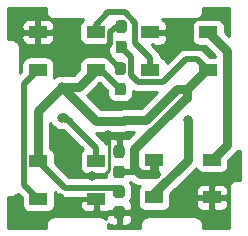
<source format=gbr>
%TF.GenerationSoftware,KiCad,Pcbnew,(5.1.10)-1*%
%TF.CreationDate,2021-06-06T01:41:03+08:00*%
%TF.ProjectId,WS2812B1,57533238-3132-4423-912e-6b696361645f,rev?*%
%TF.SameCoordinates,Original*%
%TF.FileFunction,Copper,L1,Top*%
%TF.FilePolarity,Positive*%
%FSLAX46Y46*%
G04 Gerber Fmt 4.6, Leading zero omitted, Abs format (unit mm)*
G04 Created by KiCad (PCBNEW (5.1.10)-1) date 2021-06-06 01:41:03*
%MOMM*%
%LPD*%
G01*
G04 APERTURE LIST*
%TA.AperFunction,SMDPad,CuDef*%
%ADD10R,1.500000X1.000000*%
%TD*%
%TA.AperFunction,ViaPad*%
%ADD11C,0.800000*%
%TD*%
%TA.AperFunction,Conductor*%
%ADD12C,0.762000*%
%TD*%
%TA.AperFunction,Conductor*%
%ADD13C,0.254000*%
%TD*%
%TA.AperFunction,Conductor*%
%ADD14C,0.508000*%
%TD*%
%TA.AperFunction,Conductor*%
%ADD15C,0.350000*%
%TD*%
%TA.AperFunction,Conductor*%
%ADD16C,0.025400*%
%TD*%
%ADD17C,0.350000*%
G04 APERTURE END LIST*
D10*
%TO.P,D4,1*%
%TO.N,+5V*%
X68930000Y-89020000D03*
%TO.P,D4,2*%
%TO.N,/out-rgb*%
X68930000Y-92220000D03*
%TO.P,D4,4*%
%TO.N,Net-(D3-Pad2)*%
X73830000Y-89020000D03*
%TO.P,D4,3*%
%TO.N,GND*%
X73830000Y-92220000D03*
%TD*%
%TO.P,D3,1*%
%TO.N,+5V*%
X73520000Y-81450000D03*
%TO.P,D3,2*%
%TO.N,Net-(D3-Pad2)*%
X73520000Y-78250000D03*
%TO.P,D3,4*%
%TO.N,Net-(D2-Pad2)*%
X68620000Y-81450000D03*
%TO.P,D3,3*%
%TO.N,GND*%
X68620000Y-78250000D03*
%TD*%
%TO.P,D2,1*%
%TO.N,+5V*%
X63990000Y-81420000D03*
%TO.P,D2,2*%
%TO.N,Net-(D2-Pad2)*%
X63990000Y-78220000D03*
%TO.P,D2,4*%
%TO.N,Net-(D1-Pad2)*%
X59090000Y-81420000D03*
%TO.P,D2,3*%
%TO.N,GND*%
X59090000Y-78220000D03*
%TD*%
%TO.P,D1,1*%
%TO.N,+5V*%
X59130000Y-89140000D03*
%TO.P,D1,2*%
%TO.N,Net-(D1-Pad2)*%
X59130000Y-92340000D03*
%TO.P,D1,4*%
%TO.N,/in-rgb*%
X64030000Y-89140000D03*
%TO.P,D1,3*%
%TO.N,GND*%
X64030000Y-92340000D03*
%TD*%
%TO.P,C4,2*%
%TO.N,GND*%
%TA.AperFunction,SMDPad,CuDef*%
G36*
G01*
X65722500Y-92935000D02*
X66197500Y-92935000D01*
G75*
G02*
X66435000Y-93172500I0J-237500D01*
G01*
X66435000Y-93772500D01*
G75*
G02*
X66197500Y-94010000I-237500J0D01*
G01*
X65722500Y-94010000D01*
G75*
G02*
X65485000Y-93772500I0J237500D01*
G01*
X65485000Y-93172500D01*
G75*
G02*
X65722500Y-92935000I237500J0D01*
G01*
G37*
%TD.AperFunction*%
%TO.P,C4,1*%
%TO.N,+5V*%
%TA.AperFunction,SMDPad,CuDef*%
G36*
G01*
X65722500Y-91210000D02*
X66197500Y-91210000D01*
G75*
G02*
X66435000Y-91447500I0J-237500D01*
G01*
X66435000Y-92047500D01*
G75*
G02*
X66197500Y-92285000I-237500J0D01*
G01*
X65722500Y-92285000D01*
G75*
G02*
X65485000Y-92047500I0J237500D01*
G01*
X65485000Y-91447500D01*
G75*
G02*
X65722500Y-91210000I237500J0D01*
G01*
G37*
%TD.AperFunction*%
%TD*%
%TO.P,C3,2*%
%TO.N,GND*%
%TA.AperFunction,SMDPad,CuDef*%
G36*
G01*
X66197500Y-88875000D02*
X65722500Y-88875000D01*
G75*
G02*
X65485000Y-88637500I0J237500D01*
G01*
X65485000Y-88037500D01*
G75*
G02*
X65722500Y-87800000I237500J0D01*
G01*
X66197500Y-87800000D01*
G75*
G02*
X66435000Y-88037500I0J-237500D01*
G01*
X66435000Y-88637500D01*
G75*
G02*
X66197500Y-88875000I-237500J0D01*
G01*
G37*
%TD.AperFunction*%
%TO.P,C3,1*%
%TO.N,+5V*%
%TA.AperFunction,SMDPad,CuDef*%
G36*
G01*
X66197500Y-90600000D02*
X65722500Y-90600000D01*
G75*
G02*
X65485000Y-90362500I0J237500D01*
G01*
X65485000Y-89762500D01*
G75*
G02*
X65722500Y-89525000I237500J0D01*
G01*
X66197500Y-89525000D01*
G75*
G02*
X66435000Y-89762500I0J-237500D01*
G01*
X66435000Y-90362500D01*
G75*
G02*
X66197500Y-90600000I-237500J0D01*
G01*
G37*
%TD.AperFunction*%
%TD*%
%TO.P,C2,2*%
%TO.N,GND*%
%TA.AperFunction,SMDPad,CuDef*%
G36*
G01*
X66307500Y-81865000D02*
X65832500Y-81865000D01*
G75*
G02*
X65595000Y-81627500I0J237500D01*
G01*
X65595000Y-81027500D01*
G75*
G02*
X65832500Y-80790000I237500J0D01*
G01*
X66307500Y-80790000D01*
G75*
G02*
X66545000Y-81027500I0J-237500D01*
G01*
X66545000Y-81627500D01*
G75*
G02*
X66307500Y-81865000I-237500J0D01*
G01*
G37*
%TD.AperFunction*%
%TO.P,C2,1*%
%TO.N,+5V*%
%TA.AperFunction,SMDPad,CuDef*%
G36*
G01*
X66307500Y-83590000D02*
X65832500Y-83590000D01*
G75*
G02*
X65595000Y-83352500I0J237500D01*
G01*
X65595000Y-82752500D01*
G75*
G02*
X65832500Y-82515000I237500J0D01*
G01*
X66307500Y-82515000D01*
G75*
G02*
X66545000Y-82752500I0J-237500D01*
G01*
X66545000Y-83352500D01*
G75*
G02*
X66307500Y-83590000I-237500J0D01*
G01*
G37*
%TD.AperFunction*%
%TD*%
%TO.P,C1,2*%
%TO.N,GND*%
%TA.AperFunction,SMDPad,CuDef*%
G36*
G01*
X66377500Y-78295000D02*
X65902500Y-78295000D01*
G75*
G02*
X65665000Y-78057500I0J237500D01*
G01*
X65665000Y-77457500D01*
G75*
G02*
X65902500Y-77220000I237500J0D01*
G01*
X66377500Y-77220000D01*
G75*
G02*
X66615000Y-77457500I0J-237500D01*
G01*
X66615000Y-78057500D01*
G75*
G02*
X66377500Y-78295000I-237500J0D01*
G01*
G37*
%TD.AperFunction*%
%TO.P,C1,1*%
%TO.N,+5V*%
%TA.AperFunction,SMDPad,CuDef*%
G36*
G01*
X66377500Y-80020000D02*
X65902500Y-80020000D01*
G75*
G02*
X65665000Y-79782500I0J237500D01*
G01*
X65665000Y-79182500D01*
G75*
G02*
X65902500Y-78945000I237500J0D01*
G01*
X66377500Y-78945000D01*
G75*
G02*
X66615000Y-79182500I0J-237500D01*
G01*
X66615000Y-79782500D01*
G75*
G02*
X66377500Y-80020000I-237500J0D01*
G01*
G37*
%TD.AperFunction*%
%TD*%
D11*
%TO.N,GND*%
X63660000Y-90440000D03*
X65050000Y-86940000D03*
X60980000Y-92270000D03*
X71520000Y-78820000D03*
X64600000Y-84360000D03*
X68110000Y-83650000D03*
X61910000Y-79410000D03*
%TO.N,+5V*%
X71740000Y-83030000D03*
X61150000Y-82870000D03*
X69130000Y-90240000D03*
%TO.N,/in-rgb*%
X61100000Y-85490000D03*
%TO.N,/out-rgb*%
X71770000Y-85680000D03*
%TD*%
D12*
%TO.N,GND*%
X68620000Y-78250000D02*
X68536200Y-78250000D01*
D13*
X64568602Y-90440000D02*
X63660000Y-90440000D01*
X65107001Y-89901601D02*
X64568602Y-90440000D01*
X65107001Y-86997001D02*
X65107001Y-89901601D01*
X65050000Y-86940000D02*
X65107001Y-86997001D01*
D14*
X66070000Y-81327500D02*
X66070000Y-81320000D01*
X66070000Y-81320000D02*
X64820000Y-80070000D01*
X65194001Y-78228499D02*
X65194001Y-79205999D01*
X65665000Y-77757500D02*
X65194001Y-78228499D01*
X66140000Y-77757500D02*
X65665000Y-77757500D01*
X65194001Y-79205999D02*
X64620000Y-79780000D01*
D12*
X67400000Y-84360000D02*
X64600000Y-84360000D01*
X68110000Y-83650000D02*
X67400000Y-84360000D01*
%TO.N,+5V*%
X61150000Y-82880000D02*
X61150000Y-82870000D01*
X61690000Y-83420000D02*
X61150000Y-82880000D01*
X59130000Y-84890000D02*
X61150000Y-82870000D01*
X59130000Y-89140000D02*
X59130000Y-84890000D01*
X62540000Y-82870000D02*
X63990000Y-81420000D01*
X61150000Y-82870000D02*
X62540000Y-82870000D01*
X73320000Y-81450000D02*
X71740000Y-83030000D01*
X73520000Y-81450000D02*
X73320000Y-81450000D01*
X69130000Y-90240000D02*
X67730000Y-90240000D01*
X67730000Y-90240000D02*
X67250000Y-89760000D01*
X68930000Y-90040000D02*
X69130000Y-90240000D01*
X68930000Y-89020000D02*
X68930000Y-90040000D01*
D14*
X61375999Y-91385999D02*
X59130000Y-89140000D01*
X65598499Y-91385999D02*
X61375999Y-91385999D01*
X65960000Y-91747500D02*
X65598499Y-91385999D01*
X67552500Y-90062500D02*
X67730000Y-90240000D01*
X65960000Y-90062500D02*
X67552500Y-90062500D01*
X64437500Y-81420000D02*
X66070000Y-83052500D01*
X63990000Y-81420000D02*
X64437500Y-81420000D01*
D12*
X63695000Y-85415000D02*
X61150000Y-82870000D01*
X64000000Y-85720000D02*
X63695000Y-85415000D01*
X71740000Y-83030000D02*
X71740000Y-83770000D01*
X67250000Y-89760000D02*
X67250000Y-88150000D01*
X71630000Y-83770000D02*
X67250000Y-88150000D01*
X71740000Y-83770000D02*
X71630000Y-83770000D01*
X71740000Y-83030000D02*
X70870000Y-83030000D01*
X70870000Y-83030000D02*
X68210000Y-85690000D01*
X66370000Y-85690000D02*
X66340000Y-85720000D01*
X68210000Y-85690000D02*
X66370000Y-85690000D01*
X66340000Y-85720000D02*
X64000000Y-85720000D01*
D14*
X66140000Y-79482500D02*
X66999010Y-80341510D01*
X69707202Y-82430000D02*
X71627202Y-80510000D01*
X67532798Y-82430000D02*
X69707202Y-82430000D01*
X72580000Y-80510000D02*
X73520000Y-81450000D01*
X71627202Y-80510000D02*
X72580000Y-80510000D01*
X67532798Y-82430000D02*
X67380000Y-82277202D01*
X66999010Y-80341510D02*
X66999010Y-81896212D01*
X66999010Y-81896212D02*
X67532798Y-82430000D01*
%TO.N,Net-(D1-Pad2)*%
X57925999Y-82584001D02*
X59090000Y-81420000D01*
X57925999Y-91135999D02*
X57925999Y-82584001D01*
X59130000Y-92340000D02*
X57925999Y-91135999D01*
%TO.N,/in-rgb*%
X64030000Y-89140000D02*
X64030000Y-88030000D01*
X64030000Y-88030000D02*
X61320000Y-85320000D01*
X61150000Y-85490000D02*
X61100000Y-85490000D01*
X61320000Y-85320000D02*
X61150000Y-85490000D01*
%TO.N,Net-(D2-Pad2)*%
X68620000Y-80442000D02*
X67350000Y-79172000D01*
X68620000Y-81450000D02*
X68620000Y-80442000D01*
X67350000Y-77452056D02*
X66447944Y-76550000D01*
X67350000Y-79172000D02*
X67350000Y-77452056D01*
X63990000Y-77587422D02*
X63990000Y-78220000D01*
X65027422Y-76550000D02*
X63990000Y-77587422D01*
X66447944Y-76550000D02*
X65027422Y-76550000D01*
D12*
%TO.N,Net-(D3-Pad2)*%
X73520000Y-78250000D02*
X75070000Y-79800000D01*
X75070000Y-87780000D02*
X73830000Y-89020000D01*
X75070000Y-79800000D02*
X75070000Y-87780000D01*
%TO.N,/out-rgb*%
X68930000Y-91891882D02*
X71770000Y-89051882D01*
X68930000Y-92220000D02*
X68930000Y-91891882D01*
X71770000Y-89051882D02*
X71770000Y-85680000D01*
%TD*%
D13*
%TO.N,GND*%
X76240000Y-90740000D02*
X75932419Y-90740000D01*
X75900000Y-90736807D01*
X75867581Y-90740000D01*
X75770617Y-90749550D01*
X75646207Y-90787290D01*
X75531550Y-90848575D01*
X75431052Y-90931052D01*
X75348575Y-91031550D01*
X75287290Y-91146207D01*
X75249550Y-91270617D01*
X75236807Y-91400000D01*
X75240001Y-91432429D01*
X75240000Y-94840000D01*
X73060000Y-94840000D01*
X73060000Y-94532419D01*
X73063193Y-94500000D01*
X73050450Y-94370617D01*
X73012710Y-94246207D01*
X72951425Y-94131550D01*
X72868948Y-94031052D01*
X72768450Y-93948575D01*
X72653793Y-93887290D01*
X72529383Y-93849550D01*
X72432419Y-93840000D01*
X72400000Y-93836807D01*
X72367581Y-93840000D01*
X68432419Y-93840000D01*
X68400000Y-93836807D01*
X68367581Y-93840000D01*
X68270617Y-93849550D01*
X68146207Y-93887290D01*
X68031550Y-93948575D01*
X67931052Y-94031052D01*
X67848575Y-94131550D01*
X67787290Y-94246207D01*
X67749550Y-94370617D01*
X67736807Y-94500000D01*
X67740001Y-94532429D01*
X67740001Y-94840000D01*
X65060000Y-94840000D01*
X65060000Y-94532419D01*
X65063193Y-94500000D01*
X65061617Y-94484002D01*
X65130506Y-94540537D01*
X65240820Y-94599502D01*
X65360518Y-94635812D01*
X65485000Y-94648072D01*
X65674250Y-94645000D01*
X65833000Y-94486250D01*
X65833000Y-93599500D01*
X66087000Y-93599500D01*
X66087000Y-94486250D01*
X66245750Y-94645000D01*
X66435000Y-94648072D01*
X66559482Y-94635812D01*
X66679180Y-94599502D01*
X66789494Y-94540537D01*
X66886185Y-94461185D01*
X66965537Y-94364494D01*
X67024502Y-94254180D01*
X67060812Y-94134482D01*
X67073072Y-94010000D01*
X67070000Y-93758250D01*
X66911250Y-93599500D01*
X66087000Y-93599500D01*
X65833000Y-93599500D01*
X65008750Y-93599500D01*
X64850000Y-93758250D01*
X64846928Y-94010000D01*
X64847247Y-94013243D01*
X64768450Y-93948575D01*
X64653793Y-93887290D01*
X64529383Y-93849550D01*
X64432419Y-93840000D01*
X64400000Y-93836807D01*
X64367581Y-93840000D01*
X60432419Y-93840000D01*
X60400000Y-93836807D01*
X60367581Y-93840000D01*
X60270617Y-93849550D01*
X60146207Y-93887290D01*
X60031550Y-93948575D01*
X59931052Y-94031052D01*
X59848575Y-94131550D01*
X59787290Y-94246207D01*
X59749550Y-94370617D01*
X59736807Y-94500000D01*
X59740001Y-94532429D01*
X59740001Y-94840000D01*
X56560000Y-94840000D01*
X56560000Y-92160000D01*
X56867581Y-92160000D01*
X56900000Y-92163193D01*
X56932419Y-92160000D01*
X57029383Y-92150450D01*
X57153793Y-92112710D01*
X57268450Y-92051425D01*
X57368948Y-91968948D01*
X57428793Y-91896028D01*
X57741928Y-92209163D01*
X57741928Y-92840000D01*
X57754188Y-92964482D01*
X57790498Y-93084180D01*
X57849463Y-93194494D01*
X57928815Y-93291185D01*
X58025506Y-93370537D01*
X58135820Y-93429502D01*
X58255518Y-93465812D01*
X58380000Y-93478072D01*
X59880000Y-93478072D01*
X60004482Y-93465812D01*
X60124180Y-93429502D01*
X60234494Y-93370537D01*
X60331185Y-93291185D01*
X60410537Y-93194494D01*
X60469502Y-93084180D01*
X60505812Y-92964482D01*
X60518072Y-92840000D01*
X62641928Y-92840000D01*
X62654188Y-92964482D01*
X62690498Y-93084180D01*
X62749463Y-93194494D01*
X62828815Y-93291185D01*
X62925506Y-93370537D01*
X63035820Y-93429502D01*
X63155518Y-93465812D01*
X63280000Y-93478072D01*
X63744250Y-93475000D01*
X63903000Y-93316250D01*
X63903000Y-92467000D01*
X62803750Y-92467000D01*
X62645000Y-92625750D01*
X62641928Y-92840000D01*
X60518072Y-92840000D01*
X60518072Y-91840000D01*
X60512097Y-91779332D01*
X60716500Y-91983735D01*
X60744340Y-92017658D01*
X60879708Y-92128752D01*
X61034148Y-92211302D01*
X61100057Y-92231295D01*
X61201723Y-92262135D01*
X61234923Y-92265405D01*
X61332332Y-92274999D01*
X61332338Y-92274999D01*
X61375998Y-92279299D01*
X61419658Y-92274999D01*
X64177000Y-92274999D01*
X64177000Y-92467000D01*
X64157000Y-92467000D01*
X64157000Y-93316250D01*
X64315750Y-93475000D01*
X64780000Y-93478072D01*
X64904482Y-93465812D01*
X65024180Y-93429502D01*
X65134494Y-93370537D01*
X65165002Y-93345500D01*
X65833000Y-93345500D01*
X65833000Y-93325500D01*
X66087000Y-93325500D01*
X66087000Y-93345500D01*
X66911250Y-93345500D01*
X67070000Y-93186750D01*
X67073072Y-92935000D01*
X67060812Y-92810518D01*
X67024502Y-92690820D01*
X66965537Y-92580506D01*
X66926226Y-92532606D01*
X67006423Y-92382567D01*
X67056248Y-92218316D01*
X67073072Y-92047500D01*
X67073072Y-91447500D01*
X67056248Y-91276684D01*
X67006423Y-91112433D01*
X66925512Y-90961058D01*
X66917668Y-90951500D01*
X66999572Y-90951500D01*
X67008104Y-90961896D01*
X67162810Y-91088860D01*
X67317276Y-91171423D01*
X67339313Y-91183202D01*
X67530829Y-91241298D01*
X67730000Y-91260915D01*
X67739592Y-91259970D01*
X67728815Y-91268815D01*
X67649463Y-91365506D01*
X67590498Y-91475820D01*
X67554188Y-91595518D01*
X67541928Y-91720000D01*
X67541928Y-92720000D01*
X67554188Y-92844482D01*
X67590498Y-92964180D01*
X67649463Y-93074494D01*
X67728815Y-93171185D01*
X67825506Y-93250537D01*
X67935820Y-93309502D01*
X68055518Y-93345812D01*
X68180000Y-93358072D01*
X69680000Y-93358072D01*
X69804482Y-93345812D01*
X69924180Y-93309502D01*
X70034494Y-93250537D01*
X70131185Y-93171185D01*
X70210537Y-93074494D01*
X70269502Y-92964180D01*
X70305812Y-92844482D01*
X70318072Y-92720000D01*
X72441928Y-92720000D01*
X72454188Y-92844482D01*
X72490498Y-92964180D01*
X72549463Y-93074494D01*
X72628815Y-93171185D01*
X72725506Y-93250537D01*
X72835820Y-93309502D01*
X72955518Y-93345812D01*
X73080000Y-93358072D01*
X73544250Y-93355000D01*
X73703000Y-93196250D01*
X73703000Y-92347000D01*
X73957000Y-92347000D01*
X73957000Y-93196250D01*
X74115750Y-93355000D01*
X74580000Y-93358072D01*
X74704482Y-93345812D01*
X74824180Y-93309502D01*
X74934494Y-93250537D01*
X75031185Y-93171185D01*
X75110537Y-93074494D01*
X75169502Y-92964180D01*
X75205812Y-92844482D01*
X75218072Y-92720000D01*
X75215000Y-92505750D01*
X75056250Y-92347000D01*
X73957000Y-92347000D01*
X73703000Y-92347000D01*
X72603750Y-92347000D01*
X72445000Y-92505750D01*
X72441928Y-92720000D01*
X70318072Y-92720000D01*
X70318072Y-91940650D01*
X70538722Y-91720000D01*
X72441928Y-91720000D01*
X72445000Y-91934250D01*
X72603750Y-92093000D01*
X73703000Y-92093000D01*
X73703000Y-91243750D01*
X73957000Y-91243750D01*
X73957000Y-92093000D01*
X75056250Y-92093000D01*
X75215000Y-91934250D01*
X75218072Y-91720000D01*
X75205812Y-91595518D01*
X75169502Y-91475820D01*
X75110537Y-91365506D01*
X75031185Y-91268815D01*
X74934494Y-91189463D01*
X74824180Y-91130498D01*
X74704482Y-91094188D01*
X74580000Y-91081928D01*
X74115750Y-91085000D01*
X73957000Y-91243750D01*
X73703000Y-91243750D01*
X73544250Y-91085000D01*
X73080000Y-91081928D01*
X72955518Y-91094188D01*
X72835820Y-91130498D01*
X72725506Y-91189463D01*
X72628815Y-91268815D01*
X72549463Y-91365506D01*
X72490498Y-91475820D01*
X72454188Y-91595518D01*
X72441928Y-91720000D01*
X70538722Y-91720000D01*
X72453133Y-89805590D01*
X72491896Y-89773778D01*
X72494156Y-89771024D01*
X72549463Y-89874494D01*
X72628815Y-89971185D01*
X72725506Y-90050537D01*
X72835820Y-90109502D01*
X72955518Y-90145812D01*
X73080000Y-90158072D01*
X74580000Y-90158072D01*
X74704482Y-90145812D01*
X74824180Y-90109502D01*
X74934494Y-90050537D01*
X75031185Y-89971185D01*
X75110537Y-89874494D01*
X75169502Y-89764180D01*
X75205812Y-89644482D01*
X75218072Y-89520000D01*
X75218072Y-89068769D01*
X75753133Y-88533708D01*
X75791896Y-88501896D01*
X75918860Y-88347190D01*
X75965464Y-88260000D01*
X76240001Y-88260000D01*
X76240000Y-90740000D01*
%TA.AperFunction,Conductor*%
D15*
G36*
X76240000Y-90740000D02*
G01*
X75932419Y-90740000D01*
X75900000Y-90736807D01*
X75867581Y-90740000D01*
X75770617Y-90749550D01*
X75646207Y-90787290D01*
X75531550Y-90848575D01*
X75431052Y-90931052D01*
X75348575Y-91031550D01*
X75287290Y-91146207D01*
X75249550Y-91270617D01*
X75236807Y-91400000D01*
X75240001Y-91432429D01*
X75240000Y-94840000D01*
X73060000Y-94840000D01*
X73060000Y-94532419D01*
X73063193Y-94500000D01*
X73050450Y-94370617D01*
X73012710Y-94246207D01*
X72951425Y-94131550D01*
X72868948Y-94031052D01*
X72768450Y-93948575D01*
X72653793Y-93887290D01*
X72529383Y-93849550D01*
X72432419Y-93840000D01*
X72400000Y-93836807D01*
X72367581Y-93840000D01*
X68432419Y-93840000D01*
X68400000Y-93836807D01*
X68367581Y-93840000D01*
X68270617Y-93849550D01*
X68146207Y-93887290D01*
X68031550Y-93948575D01*
X67931052Y-94031052D01*
X67848575Y-94131550D01*
X67787290Y-94246207D01*
X67749550Y-94370617D01*
X67736807Y-94500000D01*
X67740001Y-94532429D01*
X67740001Y-94840000D01*
X65060000Y-94840000D01*
X65060000Y-94532419D01*
X65063193Y-94500000D01*
X65061617Y-94484002D01*
X65130506Y-94540537D01*
X65240820Y-94599502D01*
X65360518Y-94635812D01*
X65485000Y-94648072D01*
X65674250Y-94645000D01*
X65833000Y-94486250D01*
X65833000Y-93599500D01*
X66087000Y-93599500D01*
X66087000Y-94486250D01*
X66245750Y-94645000D01*
X66435000Y-94648072D01*
X66559482Y-94635812D01*
X66679180Y-94599502D01*
X66789494Y-94540537D01*
X66886185Y-94461185D01*
X66965537Y-94364494D01*
X67024502Y-94254180D01*
X67060812Y-94134482D01*
X67073072Y-94010000D01*
X67070000Y-93758250D01*
X66911250Y-93599500D01*
X66087000Y-93599500D01*
X65833000Y-93599500D01*
X65008750Y-93599500D01*
X64850000Y-93758250D01*
X64846928Y-94010000D01*
X64847247Y-94013243D01*
X64768450Y-93948575D01*
X64653793Y-93887290D01*
X64529383Y-93849550D01*
X64432419Y-93840000D01*
X64400000Y-93836807D01*
X64367581Y-93840000D01*
X60432419Y-93840000D01*
X60400000Y-93836807D01*
X60367581Y-93840000D01*
X60270617Y-93849550D01*
X60146207Y-93887290D01*
X60031550Y-93948575D01*
X59931052Y-94031052D01*
X59848575Y-94131550D01*
X59787290Y-94246207D01*
X59749550Y-94370617D01*
X59736807Y-94500000D01*
X59740001Y-94532429D01*
X59740001Y-94840000D01*
X56560000Y-94840000D01*
X56560000Y-92160000D01*
X56867581Y-92160000D01*
X56900000Y-92163193D01*
X56932419Y-92160000D01*
X57029383Y-92150450D01*
X57153793Y-92112710D01*
X57268450Y-92051425D01*
X57368948Y-91968948D01*
X57428793Y-91896028D01*
X57741928Y-92209163D01*
X57741928Y-92840000D01*
X57754188Y-92964482D01*
X57790498Y-93084180D01*
X57849463Y-93194494D01*
X57928815Y-93291185D01*
X58025506Y-93370537D01*
X58135820Y-93429502D01*
X58255518Y-93465812D01*
X58380000Y-93478072D01*
X59880000Y-93478072D01*
X60004482Y-93465812D01*
X60124180Y-93429502D01*
X60234494Y-93370537D01*
X60331185Y-93291185D01*
X60410537Y-93194494D01*
X60469502Y-93084180D01*
X60505812Y-92964482D01*
X60518072Y-92840000D01*
X62641928Y-92840000D01*
X62654188Y-92964482D01*
X62690498Y-93084180D01*
X62749463Y-93194494D01*
X62828815Y-93291185D01*
X62925506Y-93370537D01*
X63035820Y-93429502D01*
X63155518Y-93465812D01*
X63280000Y-93478072D01*
X63744250Y-93475000D01*
X63903000Y-93316250D01*
X63903000Y-92467000D01*
X62803750Y-92467000D01*
X62645000Y-92625750D01*
X62641928Y-92840000D01*
X60518072Y-92840000D01*
X60518072Y-91840000D01*
X60512097Y-91779332D01*
X60716500Y-91983735D01*
X60744340Y-92017658D01*
X60879708Y-92128752D01*
X61034148Y-92211302D01*
X61100057Y-92231295D01*
X61201723Y-92262135D01*
X61234923Y-92265405D01*
X61332332Y-92274999D01*
X61332338Y-92274999D01*
X61375998Y-92279299D01*
X61419658Y-92274999D01*
X64177000Y-92274999D01*
X64177000Y-92467000D01*
X64157000Y-92467000D01*
X64157000Y-93316250D01*
X64315750Y-93475000D01*
X64780000Y-93478072D01*
X64904482Y-93465812D01*
X65024180Y-93429502D01*
X65134494Y-93370537D01*
X65165002Y-93345500D01*
X65833000Y-93345500D01*
X65833000Y-93325500D01*
X66087000Y-93325500D01*
X66087000Y-93345500D01*
X66911250Y-93345500D01*
X67070000Y-93186750D01*
X67073072Y-92935000D01*
X67060812Y-92810518D01*
X67024502Y-92690820D01*
X66965537Y-92580506D01*
X66926226Y-92532606D01*
X67006423Y-92382567D01*
X67056248Y-92218316D01*
X67073072Y-92047500D01*
X67073072Y-91447500D01*
X67056248Y-91276684D01*
X67006423Y-91112433D01*
X66925512Y-90961058D01*
X66917668Y-90951500D01*
X66999572Y-90951500D01*
X67008104Y-90961896D01*
X67162810Y-91088860D01*
X67317276Y-91171423D01*
X67339313Y-91183202D01*
X67530829Y-91241298D01*
X67730000Y-91260915D01*
X67739592Y-91259970D01*
X67728815Y-91268815D01*
X67649463Y-91365506D01*
X67590498Y-91475820D01*
X67554188Y-91595518D01*
X67541928Y-91720000D01*
X67541928Y-92720000D01*
X67554188Y-92844482D01*
X67590498Y-92964180D01*
X67649463Y-93074494D01*
X67728815Y-93171185D01*
X67825506Y-93250537D01*
X67935820Y-93309502D01*
X68055518Y-93345812D01*
X68180000Y-93358072D01*
X69680000Y-93358072D01*
X69804482Y-93345812D01*
X69924180Y-93309502D01*
X70034494Y-93250537D01*
X70131185Y-93171185D01*
X70210537Y-93074494D01*
X70269502Y-92964180D01*
X70305812Y-92844482D01*
X70318072Y-92720000D01*
X72441928Y-92720000D01*
X72454188Y-92844482D01*
X72490498Y-92964180D01*
X72549463Y-93074494D01*
X72628815Y-93171185D01*
X72725506Y-93250537D01*
X72835820Y-93309502D01*
X72955518Y-93345812D01*
X73080000Y-93358072D01*
X73544250Y-93355000D01*
X73703000Y-93196250D01*
X73703000Y-92347000D01*
X73957000Y-92347000D01*
X73957000Y-93196250D01*
X74115750Y-93355000D01*
X74580000Y-93358072D01*
X74704482Y-93345812D01*
X74824180Y-93309502D01*
X74934494Y-93250537D01*
X75031185Y-93171185D01*
X75110537Y-93074494D01*
X75169502Y-92964180D01*
X75205812Y-92844482D01*
X75218072Y-92720000D01*
X75215000Y-92505750D01*
X75056250Y-92347000D01*
X73957000Y-92347000D01*
X73703000Y-92347000D01*
X72603750Y-92347000D01*
X72445000Y-92505750D01*
X72441928Y-92720000D01*
X70318072Y-92720000D01*
X70318072Y-91940650D01*
X70538722Y-91720000D01*
X72441928Y-91720000D01*
X72445000Y-91934250D01*
X72603750Y-92093000D01*
X73703000Y-92093000D01*
X73703000Y-91243750D01*
X73957000Y-91243750D01*
X73957000Y-92093000D01*
X75056250Y-92093000D01*
X75215000Y-91934250D01*
X75218072Y-91720000D01*
X75205812Y-91595518D01*
X75169502Y-91475820D01*
X75110537Y-91365506D01*
X75031185Y-91268815D01*
X74934494Y-91189463D01*
X74824180Y-91130498D01*
X74704482Y-91094188D01*
X74580000Y-91081928D01*
X74115750Y-91085000D01*
X73957000Y-91243750D01*
X73703000Y-91243750D01*
X73544250Y-91085000D01*
X73080000Y-91081928D01*
X72955518Y-91094188D01*
X72835820Y-91130498D01*
X72725506Y-91189463D01*
X72628815Y-91268815D01*
X72549463Y-91365506D01*
X72490498Y-91475820D01*
X72454188Y-91595518D01*
X72441928Y-91720000D01*
X70538722Y-91720000D01*
X72453133Y-89805590D01*
X72491896Y-89773778D01*
X72494156Y-89771024D01*
X72549463Y-89874494D01*
X72628815Y-89971185D01*
X72725506Y-90050537D01*
X72835820Y-90109502D01*
X72955518Y-90145812D01*
X73080000Y-90158072D01*
X74580000Y-90158072D01*
X74704482Y-90145812D01*
X74824180Y-90109502D01*
X74934494Y-90050537D01*
X75031185Y-89971185D01*
X75110537Y-89874494D01*
X75169502Y-89764180D01*
X75205812Y-89644482D01*
X75218072Y-89520000D01*
X75218072Y-89068769D01*
X75753133Y-88533708D01*
X75791896Y-88501896D01*
X75918860Y-88347190D01*
X75965464Y-88260000D01*
X76240001Y-88260000D01*
X76240000Y-90740000D01*
G37*
%TD.AperFunction*%
D13*
X60182795Y-85980256D02*
X60296063Y-86149774D01*
X60440226Y-86293937D01*
X60609744Y-86407205D01*
X60798102Y-86485226D01*
X60998061Y-86525000D01*
X61201939Y-86525000D01*
X61256844Y-86514079D01*
X62885258Y-88142494D01*
X62828815Y-88188815D01*
X62749463Y-88285506D01*
X62690498Y-88395820D01*
X62654188Y-88515518D01*
X62641928Y-88640000D01*
X62641928Y-89640000D01*
X62654188Y-89764482D01*
X62690498Y-89884180D01*
X62749463Y-89994494D01*
X62828815Y-90091185D01*
X62925506Y-90170537D01*
X63035820Y-90229502D01*
X63155518Y-90265812D01*
X63280000Y-90278072D01*
X64780000Y-90278072D01*
X64846928Y-90271480D01*
X64846928Y-90362500D01*
X64860175Y-90496999D01*
X61744234Y-90496999D01*
X60518072Y-89270837D01*
X60518072Y-88640000D01*
X60505812Y-88515518D01*
X60469502Y-88395820D01*
X60410537Y-88285506D01*
X60331185Y-88188815D01*
X60234494Y-88109463D01*
X60146000Y-88062161D01*
X60146000Y-85891426D01*
X60182795Y-85980256D01*
%TA.AperFunction,Conductor*%
D15*
G36*
X60182795Y-85980256D02*
G01*
X60296063Y-86149774D01*
X60440226Y-86293937D01*
X60609744Y-86407205D01*
X60798102Y-86485226D01*
X60998061Y-86525000D01*
X61201939Y-86525000D01*
X61256844Y-86514079D01*
X62885258Y-88142494D01*
X62828815Y-88188815D01*
X62749463Y-88285506D01*
X62690498Y-88395820D01*
X62654188Y-88515518D01*
X62641928Y-88640000D01*
X62641928Y-89640000D01*
X62654188Y-89764482D01*
X62690498Y-89884180D01*
X62749463Y-89994494D01*
X62828815Y-90091185D01*
X62925506Y-90170537D01*
X63035820Y-90229502D01*
X63155518Y-90265812D01*
X63280000Y-90278072D01*
X64780000Y-90278072D01*
X64846928Y-90271480D01*
X64846928Y-90362500D01*
X64860175Y-90496999D01*
X61744234Y-90496999D01*
X60518072Y-89270837D01*
X60518072Y-88640000D01*
X60505812Y-88515518D01*
X60469502Y-88395820D01*
X60410537Y-88285506D01*
X60331185Y-88188815D01*
X60234494Y-88109463D01*
X60146000Y-88062161D01*
X60146000Y-85891426D01*
X60182795Y-85980256D01*
G37*
%TD.AperFunction*%
D13*
X66727066Y-87236094D02*
X66679180Y-87210498D01*
X66559482Y-87174188D01*
X66435000Y-87161928D01*
X66245750Y-87165000D01*
X66087000Y-87323750D01*
X66087000Y-88210500D01*
X66107000Y-88210500D01*
X66107000Y-88464500D01*
X66087000Y-88464500D01*
X66087000Y-88484500D01*
X65833000Y-88484500D01*
X65833000Y-88464500D01*
X65813000Y-88464500D01*
X65813000Y-88210500D01*
X65833000Y-88210500D01*
X65833000Y-87323750D01*
X65674250Y-87165000D01*
X65485000Y-87161928D01*
X65360518Y-87174188D01*
X65240820Y-87210498D01*
X65130506Y-87269463D01*
X65033815Y-87348815D01*
X64954463Y-87445506D01*
X64895498Y-87555820D01*
X64859188Y-87675518D01*
X64857297Y-87694721D01*
X64855303Y-87688149D01*
X64772753Y-87533709D01*
X64717896Y-87466866D01*
X64689495Y-87432259D01*
X64689494Y-87432258D01*
X64661659Y-87398341D01*
X64627742Y-87370506D01*
X63997949Y-86740713D01*
X63999999Y-86740915D01*
X64049901Y-86736000D01*
X66290098Y-86736000D01*
X66340000Y-86740915D01*
X66389902Y-86736000D01*
X66539171Y-86721298D01*
X66589602Y-86706000D01*
X67257160Y-86706000D01*
X66727066Y-87236094D01*
%TA.AperFunction,Conductor*%
D15*
G36*
X66727066Y-87236094D02*
G01*
X66679180Y-87210498D01*
X66559482Y-87174188D01*
X66435000Y-87161928D01*
X66245750Y-87165000D01*
X66087000Y-87323750D01*
X66087000Y-88210500D01*
X66107000Y-88210500D01*
X66107000Y-88464500D01*
X66087000Y-88464500D01*
X66087000Y-88484500D01*
X65833000Y-88484500D01*
X65833000Y-88464500D01*
X65813000Y-88464500D01*
X65813000Y-88210500D01*
X65833000Y-88210500D01*
X65833000Y-87323750D01*
X65674250Y-87165000D01*
X65485000Y-87161928D01*
X65360518Y-87174188D01*
X65240820Y-87210498D01*
X65130506Y-87269463D01*
X65033815Y-87348815D01*
X64954463Y-87445506D01*
X64895498Y-87555820D01*
X64859188Y-87675518D01*
X64857297Y-87694721D01*
X64855303Y-87688149D01*
X64772753Y-87533709D01*
X64717896Y-87466866D01*
X64689495Y-87432259D01*
X64689494Y-87432258D01*
X64661659Y-87398341D01*
X64627742Y-87370506D01*
X63997949Y-86740713D01*
X63999999Y-86740915D01*
X64049901Y-86736000D01*
X66290098Y-86736000D01*
X66340000Y-86740915D01*
X66389902Y-86736000D01*
X66539171Y-86721298D01*
X66589602Y-86706000D01*
X67257160Y-86706000D01*
X66727066Y-87236094D01*
G37*
%TD.AperFunction*%
D13*
X64956928Y-83196664D02*
X64956928Y-83352500D01*
X64973752Y-83523316D01*
X65023577Y-83687567D01*
X65104488Y-83838942D01*
X65213377Y-83971623D01*
X65346058Y-84080512D01*
X65497433Y-84161423D01*
X65661684Y-84211248D01*
X65832500Y-84228072D01*
X66307500Y-84228072D01*
X66478316Y-84211248D01*
X66642567Y-84161423D01*
X66793942Y-84080512D01*
X66926623Y-83971623D01*
X67035512Y-83838942D01*
X67116423Y-83687567D01*
X67166248Y-83523316D01*
X67183072Y-83352500D01*
X67183072Y-83251094D01*
X67190947Y-83255303D01*
X67241659Y-83270686D01*
X67358522Y-83306136D01*
X67391722Y-83309406D01*
X67489131Y-83319000D01*
X67489137Y-83319000D01*
X67532797Y-83323300D01*
X67576457Y-83319000D01*
X69144159Y-83319000D01*
X67789160Y-84674000D01*
X66419893Y-84674000D01*
X66369999Y-84669086D01*
X66320105Y-84674000D01*
X66320098Y-84674000D01*
X66170829Y-84688702D01*
X66120398Y-84704000D01*
X64420841Y-84704000D01*
X63283010Y-83566169D01*
X63293712Y-83553128D01*
X64288769Y-82558072D01*
X64318337Y-82558072D01*
X64956928Y-83196664D01*
%TA.AperFunction,Conductor*%
D15*
G36*
X64956928Y-83196664D02*
G01*
X64956928Y-83352500D01*
X64973752Y-83523316D01*
X65023577Y-83687567D01*
X65104488Y-83838942D01*
X65213377Y-83971623D01*
X65346058Y-84080512D01*
X65497433Y-84161423D01*
X65661684Y-84211248D01*
X65832500Y-84228072D01*
X66307500Y-84228072D01*
X66478316Y-84211248D01*
X66642567Y-84161423D01*
X66793942Y-84080512D01*
X66926623Y-83971623D01*
X67035512Y-83838942D01*
X67116423Y-83687567D01*
X67166248Y-83523316D01*
X67183072Y-83352500D01*
X67183072Y-83251094D01*
X67190947Y-83255303D01*
X67241659Y-83270686D01*
X67358522Y-83306136D01*
X67391722Y-83309406D01*
X67489131Y-83319000D01*
X67489137Y-83319000D01*
X67532797Y-83323300D01*
X67576457Y-83319000D01*
X69144159Y-83319000D01*
X67789160Y-84674000D01*
X66419893Y-84674000D01*
X66369999Y-84669086D01*
X66320105Y-84674000D01*
X66320098Y-84674000D01*
X66170829Y-84688702D01*
X66120398Y-84704000D01*
X64420841Y-84704000D01*
X63283010Y-83566169D01*
X63293712Y-83553128D01*
X64288769Y-82558072D01*
X64318337Y-82558072D01*
X64956928Y-83196664D01*
G37*
%TD.AperFunction*%
D13*
X59740000Y-76467580D02*
X59736807Y-76500000D01*
X59749550Y-76629383D01*
X59787290Y-76753793D01*
X59848575Y-76868450D01*
X59920231Y-76955763D01*
X59931052Y-76968948D01*
X60031550Y-77051425D01*
X60146207Y-77112710D01*
X60270617Y-77150450D01*
X60400000Y-77163193D01*
X60432419Y-77160000D01*
X62940627Y-77160000D01*
X62885506Y-77189463D01*
X62788815Y-77268815D01*
X62709463Y-77365506D01*
X62650498Y-77475820D01*
X62614188Y-77595518D01*
X62601928Y-77720000D01*
X62601928Y-78720000D01*
X62614188Y-78844482D01*
X62650498Y-78964180D01*
X62709463Y-79074494D01*
X62788815Y-79171185D01*
X62885506Y-79250537D01*
X62995820Y-79309502D01*
X63115518Y-79345812D01*
X63240000Y-79358072D01*
X64740000Y-79358072D01*
X64864482Y-79345812D01*
X64984180Y-79309502D01*
X65026928Y-79286652D01*
X65026928Y-79782500D01*
X65043752Y-79953316D01*
X65093577Y-80117567D01*
X65174488Y-80268942D01*
X65196409Y-80295652D01*
X65143815Y-80338815D01*
X65099128Y-80393266D01*
X65094494Y-80389463D01*
X64984180Y-80330498D01*
X64864482Y-80294188D01*
X64740000Y-80281928D01*
X63240000Y-80281928D01*
X63115518Y-80294188D01*
X62995820Y-80330498D01*
X62885506Y-80389463D01*
X62788815Y-80468815D01*
X62709463Y-80565506D01*
X62650498Y-80675820D01*
X62614188Y-80795518D01*
X62601928Y-80920000D01*
X62601928Y-81371231D01*
X62119160Y-81854000D01*
X61347459Y-81854000D01*
X61251939Y-81835000D01*
X61048061Y-81835000D01*
X60848102Y-81874774D01*
X60659744Y-81952795D01*
X60490226Y-82066063D01*
X60445784Y-82110505D01*
X60465812Y-82044482D01*
X60478072Y-81920000D01*
X60478072Y-80920000D01*
X60465812Y-80795518D01*
X60429502Y-80675820D01*
X60370537Y-80565506D01*
X60291185Y-80468815D01*
X60194494Y-80389463D01*
X60084180Y-80330498D01*
X59964482Y-80294188D01*
X59840000Y-80281928D01*
X58340000Y-80281928D01*
X58215518Y-80294188D01*
X58095820Y-80330498D01*
X57985506Y-80389463D01*
X57888815Y-80468815D01*
X57809463Y-80565506D01*
X57750498Y-80675820D01*
X57714188Y-80795518D01*
X57701928Y-80920000D01*
X57701928Y-81550837D01*
X57560000Y-81692765D01*
X57560000Y-79532418D01*
X57563193Y-79500000D01*
X57550450Y-79370617D01*
X57512710Y-79246207D01*
X57451425Y-79131550D01*
X57368948Y-79031052D01*
X57268450Y-78948575D01*
X57153793Y-78887290D01*
X57029383Y-78849550D01*
X56932419Y-78840000D01*
X56900000Y-78836807D01*
X56867581Y-78840000D01*
X56560000Y-78840000D01*
X56560000Y-78720000D01*
X57701928Y-78720000D01*
X57714188Y-78844482D01*
X57750498Y-78964180D01*
X57809463Y-79074494D01*
X57888815Y-79171185D01*
X57985506Y-79250537D01*
X58095820Y-79309502D01*
X58215518Y-79345812D01*
X58340000Y-79358072D01*
X58804250Y-79355000D01*
X58963000Y-79196250D01*
X58963000Y-78347000D01*
X59217000Y-78347000D01*
X59217000Y-79196250D01*
X59375750Y-79355000D01*
X59840000Y-79358072D01*
X59964482Y-79345812D01*
X60084180Y-79309502D01*
X60194494Y-79250537D01*
X60291185Y-79171185D01*
X60370537Y-79074494D01*
X60429502Y-78964180D01*
X60465812Y-78844482D01*
X60478072Y-78720000D01*
X60475000Y-78505750D01*
X60316250Y-78347000D01*
X59217000Y-78347000D01*
X58963000Y-78347000D01*
X57863750Y-78347000D01*
X57705000Y-78505750D01*
X57701928Y-78720000D01*
X56560000Y-78720000D01*
X56560000Y-77720000D01*
X57701928Y-77720000D01*
X57705000Y-77934250D01*
X57863750Y-78093000D01*
X58963000Y-78093000D01*
X58963000Y-77243750D01*
X59217000Y-77243750D01*
X59217000Y-78093000D01*
X60316250Y-78093000D01*
X60475000Y-77934250D01*
X60478072Y-77720000D01*
X60465812Y-77595518D01*
X60429502Y-77475820D01*
X60370537Y-77365506D01*
X60291185Y-77268815D01*
X60194494Y-77189463D01*
X60084180Y-77130498D01*
X59964482Y-77094188D01*
X59840000Y-77081928D01*
X59375750Y-77085000D01*
X59217000Y-77243750D01*
X58963000Y-77243750D01*
X58804250Y-77085000D01*
X58340000Y-77081928D01*
X58215518Y-77094188D01*
X58095820Y-77130498D01*
X57985506Y-77189463D01*
X57888815Y-77268815D01*
X57809463Y-77365506D01*
X57750498Y-77475820D01*
X57714188Y-77595518D01*
X57701928Y-77720000D01*
X56560000Y-77720000D01*
X56560000Y-76160000D01*
X59740000Y-76160000D01*
X59740000Y-76467580D01*
%TA.AperFunction,Conductor*%
D15*
G36*
X59740000Y-76467580D02*
G01*
X59736807Y-76500000D01*
X59749550Y-76629383D01*
X59787290Y-76753793D01*
X59848575Y-76868450D01*
X59920231Y-76955763D01*
X59931052Y-76968948D01*
X60031550Y-77051425D01*
X60146207Y-77112710D01*
X60270617Y-77150450D01*
X60400000Y-77163193D01*
X60432419Y-77160000D01*
X62940627Y-77160000D01*
X62885506Y-77189463D01*
X62788815Y-77268815D01*
X62709463Y-77365506D01*
X62650498Y-77475820D01*
X62614188Y-77595518D01*
X62601928Y-77720000D01*
X62601928Y-78720000D01*
X62614188Y-78844482D01*
X62650498Y-78964180D01*
X62709463Y-79074494D01*
X62788815Y-79171185D01*
X62885506Y-79250537D01*
X62995820Y-79309502D01*
X63115518Y-79345812D01*
X63240000Y-79358072D01*
X64740000Y-79358072D01*
X64864482Y-79345812D01*
X64984180Y-79309502D01*
X65026928Y-79286652D01*
X65026928Y-79782500D01*
X65043752Y-79953316D01*
X65093577Y-80117567D01*
X65174488Y-80268942D01*
X65196409Y-80295652D01*
X65143815Y-80338815D01*
X65099128Y-80393266D01*
X65094494Y-80389463D01*
X64984180Y-80330498D01*
X64864482Y-80294188D01*
X64740000Y-80281928D01*
X63240000Y-80281928D01*
X63115518Y-80294188D01*
X62995820Y-80330498D01*
X62885506Y-80389463D01*
X62788815Y-80468815D01*
X62709463Y-80565506D01*
X62650498Y-80675820D01*
X62614188Y-80795518D01*
X62601928Y-80920000D01*
X62601928Y-81371231D01*
X62119160Y-81854000D01*
X61347459Y-81854000D01*
X61251939Y-81835000D01*
X61048061Y-81835000D01*
X60848102Y-81874774D01*
X60659744Y-81952795D01*
X60490226Y-82066063D01*
X60445784Y-82110505D01*
X60465812Y-82044482D01*
X60478072Y-81920000D01*
X60478072Y-80920000D01*
X60465812Y-80795518D01*
X60429502Y-80675820D01*
X60370537Y-80565506D01*
X60291185Y-80468815D01*
X60194494Y-80389463D01*
X60084180Y-80330498D01*
X59964482Y-80294188D01*
X59840000Y-80281928D01*
X58340000Y-80281928D01*
X58215518Y-80294188D01*
X58095820Y-80330498D01*
X57985506Y-80389463D01*
X57888815Y-80468815D01*
X57809463Y-80565506D01*
X57750498Y-80675820D01*
X57714188Y-80795518D01*
X57701928Y-80920000D01*
X57701928Y-81550837D01*
X57560000Y-81692765D01*
X57560000Y-79532418D01*
X57563193Y-79500000D01*
X57550450Y-79370617D01*
X57512710Y-79246207D01*
X57451425Y-79131550D01*
X57368948Y-79031052D01*
X57268450Y-78948575D01*
X57153793Y-78887290D01*
X57029383Y-78849550D01*
X56932419Y-78840000D01*
X56900000Y-78836807D01*
X56867581Y-78840000D01*
X56560000Y-78840000D01*
X56560000Y-78720000D01*
X57701928Y-78720000D01*
X57714188Y-78844482D01*
X57750498Y-78964180D01*
X57809463Y-79074494D01*
X57888815Y-79171185D01*
X57985506Y-79250537D01*
X58095820Y-79309502D01*
X58215518Y-79345812D01*
X58340000Y-79358072D01*
X58804250Y-79355000D01*
X58963000Y-79196250D01*
X58963000Y-78347000D01*
X59217000Y-78347000D01*
X59217000Y-79196250D01*
X59375750Y-79355000D01*
X59840000Y-79358072D01*
X59964482Y-79345812D01*
X60084180Y-79309502D01*
X60194494Y-79250537D01*
X60291185Y-79171185D01*
X60370537Y-79074494D01*
X60429502Y-78964180D01*
X60465812Y-78844482D01*
X60478072Y-78720000D01*
X60475000Y-78505750D01*
X60316250Y-78347000D01*
X59217000Y-78347000D01*
X58963000Y-78347000D01*
X57863750Y-78347000D01*
X57705000Y-78505750D01*
X57701928Y-78720000D01*
X56560000Y-78720000D01*
X56560000Y-77720000D01*
X57701928Y-77720000D01*
X57705000Y-77934250D01*
X57863750Y-78093000D01*
X58963000Y-78093000D01*
X58963000Y-77243750D01*
X59217000Y-77243750D01*
X59217000Y-78093000D01*
X60316250Y-78093000D01*
X60475000Y-77934250D01*
X60478072Y-77720000D01*
X60465812Y-77595518D01*
X60429502Y-77475820D01*
X60370537Y-77365506D01*
X60291185Y-77268815D01*
X60194494Y-77189463D01*
X60084180Y-77130498D01*
X59964482Y-77094188D01*
X59840000Y-77081928D01*
X59375750Y-77085000D01*
X59217000Y-77243750D01*
X58963000Y-77243750D01*
X58804250Y-77085000D01*
X58340000Y-77081928D01*
X58215518Y-77094188D01*
X58095820Y-77130498D01*
X57985506Y-77189463D01*
X57888815Y-77268815D01*
X57809463Y-77365506D01*
X57750498Y-77475820D01*
X57714188Y-77595518D01*
X57701928Y-77720000D01*
X56560000Y-77720000D01*
X56560000Y-76160000D01*
X59740000Y-76160000D01*
X59740000Y-76467580D01*
G37*
%TD.AperFunction*%
D13*
X66110011Y-81474500D02*
X65943000Y-81474500D01*
X65943000Y-81454500D01*
X65923000Y-81454500D01*
X65923000Y-81200500D01*
X65943000Y-81200500D01*
X65943000Y-81180500D01*
X66110010Y-81180500D01*
X66110011Y-81474500D01*
%TA.AperFunction,Conductor*%
D15*
G36*
X66110011Y-81474500D02*
G01*
X65943000Y-81474500D01*
X65943000Y-81454500D01*
X65923000Y-81454500D01*
X65923000Y-81200500D01*
X65943000Y-81200500D01*
X65943000Y-81180500D01*
X66110010Y-81180500D01*
X66110011Y-81474500D01*
G37*
%TD.AperFunction*%
D13*
X75240000Y-78533160D02*
X74908072Y-78201232D01*
X74908072Y-77750000D01*
X74895812Y-77625518D01*
X74859502Y-77505820D01*
X74800537Y-77395506D01*
X74721185Y-77298815D01*
X74624494Y-77219463D01*
X74514180Y-77160498D01*
X74394482Y-77124188D01*
X74270000Y-77111928D01*
X72770000Y-77111928D01*
X72645518Y-77124188D01*
X72525820Y-77160498D01*
X72415506Y-77219463D01*
X72318815Y-77298815D01*
X72239463Y-77395506D01*
X72180498Y-77505820D01*
X72144188Y-77625518D01*
X72131928Y-77750000D01*
X72131928Y-78750000D01*
X72144188Y-78874482D01*
X72180498Y-78994180D01*
X72239463Y-79104494D01*
X72318815Y-79201185D01*
X72415506Y-79280537D01*
X72525820Y-79339502D01*
X72645518Y-79375812D01*
X72770000Y-79388072D01*
X73221232Y-79388072D01*
X74054000Y-80220841D01*
X74054000Y-80311928D01*
X73639163Y-80311928D01*
X73239499Y-79912264D01*
X73211659Y-79878341D01*
X73076291Y-79767247D01*
X72921851Y-79684697D01*
X72754274Y-79633864D01*
X72623667Y-79621000D01*
X72623660Y-79621000D01*
X72580000Y-79616700D01*
X72536340Y-79621000D01*
X71670861Y-79621000D01*
X71627201Y-79616700D01*
X71583541Y-79621000D01*
X71583535Y-79621000D01*
X71471275Y-79632057D01*
X71452927Y-79633864D01*
X71379960Y-79655998D01*
X71285351Y-79684697D01*
X71130911Y-79767247D01*
X70995543Y-79878341D01*
X70967708Y-79912258D01*
X70001069Y-80878897D01*
X69995812Y-80825518D01*
X69959502Y-80705820D01*
X69900537Y-80595506D01*
X69821185Y-80498815D01*
X69724494Y-80419463D01*
X69614180Y-80360498D01*
X69501919Y-80326444D01*
X69496136Y-80267726D01*
X69496136Y-80267724D01*
X69463458Y-80160000D01*
X69445303Y-80100149D01*
X69362753Y-79945709D01*
X69251659Y-79810341D01*
X69217741Y-79782506D01*
X68747002Y-79311767D01*
X68747002Y-79226252D01*
X68905750Y-79385000D01*
X69370000Y-79388072D01*
X69494482Y-79375812D01*
X69614180Y-79339502D01*
X69724494Y-79280537D01*
X69821185Y-79201185D01*
X69900537Y-79104494D01*
X69959502Y-78994180D01*
X69995812Y-78874482D01*
X70008072Y-78750000D01*
X70005000Y-78535750D01*
X69846250Y-78377000D01*
X68747000Y-78377000D01*
X68747000Y-78397000D01*
X68493000Y-78397000D01*
X68493000Y-78377000D01*
X68473000Y-78377000D01*
X68473000Y-78123000D01*
X68493000Y-78123000D01*
X68493000Y-78103000D01*
X68747000Y-78103000D01*
X68747000Y-78123000D01*
X69846250Y-78123000D01*
X70005000Y-77964250D01*
X70008072Y-77750000D01*
X69995812Y-77625518D01*
X69959502Y-77505820D01*
X69900537Y-77395506D01*
X69821185Y-77298815D01*
X69724494Y-77219463D01*
X69614180Y-77160498D01*
X69612538Y-77160000D01*
X72367581Y-77160000D01*
X72400000Y-77163193D01*
X72432419Y-77160000D01*
X72529383Y-77150450D01*
X72653793Y-77112710D01*
X72768450Y-77051425D01*
X72868948Y-76968948D01*
X72951425Y-76868450D01*
X73012710Y-76753793D01*
X73050450Y-76629383D01*
X73063193Y-76500000D01*
X73060000Y-76467581D01*
X73060000Y-76160000D01*
X75240001Y-76160000D01*
X75240000Y-78533160D01*
%TA.AperFunction,Conductor*%
D15*
G36*
X75240000Y-78533160D02*
G01*
X74908072Y-78201232D01*
X74908072Y-77750000D01*
X74895812Y-77625518D01*
X74859502Y-77505820D01*
X74800537Y-77395506D01*
X74721185Y-77298815D01*
X74624494Y-77219463D01*
X74514180Y-77160498D01*
X74394482Y-77124188D01*
X74270000Y-77111928D01*
X72770000Y-77111928D01*
X72645518Y-77124188D01*
X72525820Y-77160498D01*
X72415506Y-77219463D01*
X72318815Y-77298815D01*
X72239463Y-77395506D01*
X72180498Y-77505820D01*
X72144188Y-77625518D01*
X72131928Y-77750000D01*
X72131928Y-78750000D01*
X72144188Y-78874482D01*
X72180498Y-78994180D01*
X72239463Y-79104494D01*
X72318815Y-79201185D01*
X72415506Y-79280537D01*
X72525820Y-79339502D01*
X72645518Y-79375812D01*
X72770000Y-79388072D01*
X73221232Y-79388072D01*
X74054000Y-80220841D01*
X74054000Y-80311928D01*
X73639163Y-80311928D01*
X73239499Y-79912264D01*
X73211659Y-79878341D01*
X73076291Y-79767247D01*
X72921851Y-79684697D01*
X72754274Y-79633864D01*
X72623667Y-79621000D01*
X72623660Y-79621000D01*
X72580000Y-79616700D01*
X72536340Y-79621000D01*
X71670861Y-79621000D01*
X71627201Y-79616700D01*
X71583541Y-79621000D01*
X71583535Y-79621000D01*
X71471275Y-79632057D01*
X71452927Y-79633864D01*
X71379960Y-79655998D01*
X71285351Y-79684697D01*
X71130911Y-79767247D01*
X70995543Y-79878341D01*
X70967708Y-79912258D01*
X70001069Y-80878897D01*
X69995812Y-80825518D01*
X69959502Y-80705820D01*
X69900537Y-80595506D01*
X69821185Y-80498815D01*
X69724494Y-80419463D01*
X69614180Y-80360498D01*
X69501919Y-80326444D01*
X69496136Y-80267726D01*
X69496136Y-80267724D01*
X69463458Y-80160000D01*
X69445303Y-80100149D01*
X69362753Y-79945709D01*
X69251659Y-79810341D01*
X69217741Y-79782506D01*
X68747002Y-79311767D01*
X68747002Y-79226252D01*
X68905750Y-79385000D01*
X69370000Y-79388072D01*
X69494482Y-79375812D01*
X69614180Y-79339502D01*
X69724494Y-79280537D01*
X69821185Y-79201185D01*
X69900537Y-79104494D01*
X69959502Y-78994180D01*
X69995812Y-78874482D01*
X70008072Y-78750000D01*
X70005000Y-78535750D01*
X69846250Y-78377000D01*
X68747000Y-78377000D01*
X68747000Y-78397000D01*
X68493000Y-78397000D01*
X68493000Y-78377000D01*
X68473000Y-78377000D01*
X68473000Y-78123000D01*
X68493000Y-78123000D01*
X68493000Y-78103000D01*
X68747000Y-78103000D01*
X68747000Y-78123000D01*
X69846250Y-78123000D01*
X70005000Y-77964250D01*
X70008072Y-77750000D01*
X69995812Y-77625518D01*
X69959502Y-77505820D01*
X69900537Y-77395506D01*
X69821185Y-77298815D01*
X69724494Y-77219463D01*
X69614180Y-77160498D01*
X69612538Y-77160000D01*
X72367581Y-77160000D01*
X72400000Y-77163193D01*
X72432419Y-77160000D01*
X72529383Y-77150450D01*
X72653793Y-77112710D01*
X72768450Y-77051425D01*
X72868948Y-76968948D01*
X72951425Y-76868450D01*
X73012710Y-76753793D01*
X73050450Y-76629383D01*
X73063193Y-76500000D01*
X73060000Y-76467581D01*
X73060000Y-76160000D01*
X75240001Y-76160000D01*
X75240000Y-78533160D01*
G37*
%TD.AperFunction*%
D13*
X66267000Y-77626291D02*
X66267000Y-77630500D01*
X66271208Y-77630500D01*
X66287000Y-77646292D01*
X66287000Y-77884500D01*
X66267000Y-77884500D01*
X66267000Y-77904500D01*
X66013000Y-77904500D01*
X66013000Y-77884500D01*
X65993000Y-77884500D01*
X65993000Y-77630500D01*
X66013000Y-77630500D01*
X66013000Y-77610500D01*
X66251209Y-77610500D01*
X66267000Y-77626291D01*
%TA.AperFunction,Conductor*%
D15*
G36*
X66267000Y-77626291D02*
G01*
X66267000Y-77630500D01*
X66271208Y-77630500D01*
X66287000Y-77646292D01*
X66287000Y-77884500D01*
X66267000Y-77884500D01*
X66267000Y-77904500D01*
X66013000Y-77904500D01*
X66013000Y-77884500D01*
X65993000Y-77884500D01*
X65993000Y-77630500D01*
X66013000Y-77630500D01*
X66013000Y-77610500D01*
X66251209Y-77610500D01*
X66267000Y-77626291D01*
G37*
%TD.AperFunction*%
%TD*%
D16*
%TO.N,/in-rgb*%
X61356390Y-85186772D02*
X61356449Y-85186803D01*
X61425372Y-85222163D01*
X61489232Y-85255585D01*
X61549979Y-85289224D01*
X61609538Y-85325218D01*
X61669874Y-85365731D01*
X61732873Y-85412888D01*
X61800520Y-85468897D01*
X61874710Y-85535911D01*
X61948198Y-85607220D01*
X61606856Y-85948562D01*
X61578275Y-85921415D01*
X61577682Y-85920886D01*
X61541683Y-85890743D01*
X61540872Y-85890117D01*
X61506098Y-85865481D01*
X61505006Y-85864788D01*
X61471127Y-85845636D01*
X61469704Y-85844945D01*
X61436390Y-85831257D01*
X61434635Y-85830681D01*
X61401556Y-85822435D01*
X61399562Y-85822104D01*
X61366388Y-85819278D01*
X61364340Y-85819269D01*
X61330740Y-85821842D01*
X61328846Y-85822132D01*
X61294492Y-85830083D01*
X61292892Y-85830567D01*
X61265237Y-85840951D01*
X60918429Y-85483774D01*
X61288532Y-85151509D01*
X61356390Y-85186772D01*
%TA.AperFunction,Conductor*%
D15*
G36*
X61356390Y-85186772D02*
G01*
X61356449Y-85186803D01*
X61425372Y-85222163D01*
X61489232Y-85255585D01*
X61549979Y-85289224D01*
X61609538Y-85325218D01*
X61669874Y-85365731D01*
X61732873Y-85412888D01*
X61800520Y-85468897D01*
X61874710Y-85535911D01*
X61948198Y-85607220D01*
X61606856Y-85948562D01*
X61578275Y-85921415D01*
X61577682Y-85920886D01*
X61541683Y-85890743D01*
X61540872Y-85890117D01*
X61506098Y-85865481D01*
X61505006Y-85864788D01*
X61471127Y-85845636D01*
X61469704Y-85844945D01*
X61436390Y-85831257D01*
X61434635Y-85830681D01*
X61401556Y-85822435D01*
X61399562Y-85822104D01*
X61366388Y-85819278D01*
X61364340Y-85819269D01*
X61330740Y-85821842D01*
X61328846Y-85822132D01*
X61294492Y-85830083D01*
X61292892Y-85830567D01*
X61265237Y-85840951D01*
X60918429Y-85483774D01*
X61288532Y-85151509D01*
X61356390Y-85186772D01*
G37*
%TD.AperFunction*%
%TD*%
D17*
X63660000Y-90440000D03*
X65050000Y-86940000D03*
X60980000Y-92270000D03*
X71520000Y-78820000D03*
X64600000Y-84360000D03*
X68110000Y-83650000D03*
X61910000Y-79410000D03*
X71740000Y-83030000D03*
X61150000Y-82870000D03*
X69130000Y-90240000D03*
X61100000Y-85490000D03*
X71770000Y-85680000D03*
M02*

</source>
